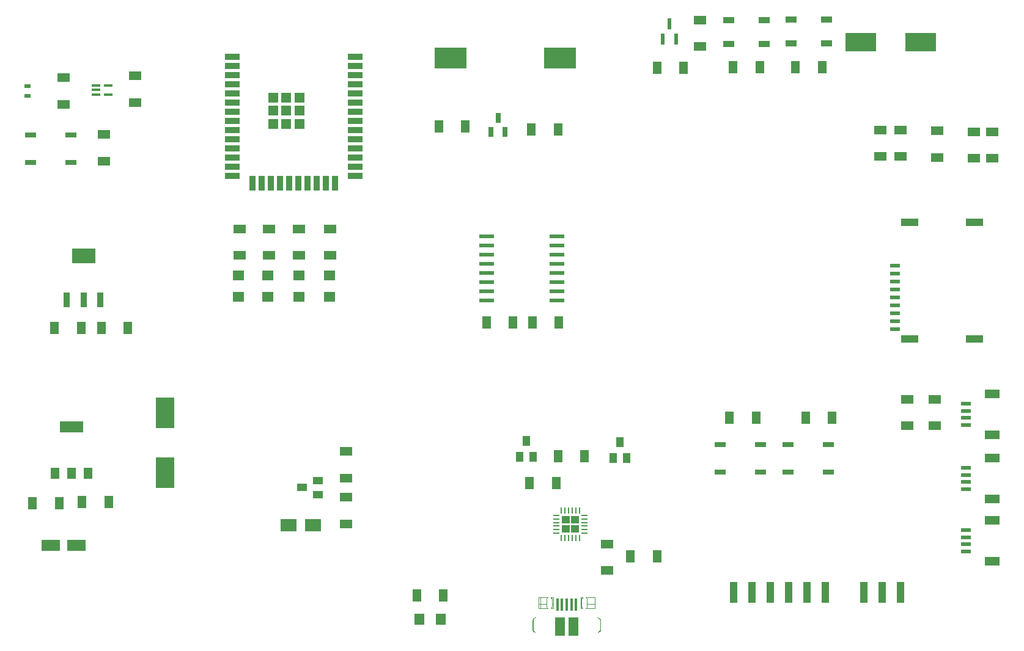
<source format=gbr>
G04 EAGLE Gerber RS-274X export*
G75*
%MOMM*%
%FSLAX34Y34*%
%LPD*%
%INSolderpaste Top*%
%IPPOS*%
%AMOC8*
5,1,8,0,0,1.08239X$1,22.5*%
G01*
%ADD10R,2.000000X0.900000*%
%ADD11R,0.900000X2.000000*%
%ADD12R,1.330000X1.330000*%
%ADD13R,1.300000X1.800000*%
%ADD14R,1.800000X1.300000*%
%ADD15R,1.600000X1.400000*%
%ADD16R,1.400000X1.600000*%
%ADD17R,1.524000X0.762000*%
%ADD18R,1.000000X3.000000*%
%ADD19R,0.914400X0.254000*%
%ADD20R,0.254000X0.914400*%
%ADD21R,1.000000X1.400000*%
%ADD22R,1.400000X1.000000*%
%ADD23R,2.184400X1.651000*%
%ADD24R,0.901600X2.066000*%
%ADD25R,3.201600X2.066000*%
%ADD26R,1.150000X0.350000*%
%ADD27R,0.889000X0.552500*%
%ADD28R,0.635000X1.397000*%
%ADD29R,4.500000X3.000000*%
%ADD30R,2.000000X1.200000*%
%ADD31R,1.350000X0.600000*%
%ADD32R,1.500000X0.900000*%
%ADD33R,0.609600X1.574800*%
%ADD34R,4.300000X2.500000*%
%ADD35R,2.082800X0.533400*%
%ADD36R,1.397000X0.609600*%
%ADD37R,2.387600X1.092200*%
%ADD38C,0.005000*%
%ADD39R,0.400000X1.750000*%
%ADD40R,1.375000X2.500000*%
%ADD41R,1.200000X1.600000*%
%ADD42R,3.300000X1.600000*%
%ADD43R,2.561400X1.630000*%
%ADD44R,2.500000X4.300000*%

G36*
X790212Y162165D02*
X790212Y162165D01*
X790214Y162164D01*
X790257Y162184D01*
X790301Y162202D01*
X790301Y162204D01*
X790303Y162205D01*
X790336Y162290D01*
X790336Y172990D01*
X790335Y172992D01*
X790336Y172994D01*
X790316Y173037D01*
X790298Y173081D01*
X790296Y173081D01*
X790295Y173083D01*
X790210Y173116D01*
X779510Y173116D01*
X779508Y173115D01*
X779506Y173116D01*
X779463Y173096D01*
X779419Y173078D01*
X779419Y173076D01*
X779417Y173075D01*
X779384Y172990D01*
X779384Y162290D01*
X779385Y162288D01*
X779384Y162286D01*
X779404Y162243D01*
X779422Y162199D01*
X779424Y162199D01*
X779425Y162197D01*
X779510Y162164D01*
X790210Y162164D01*
X790212Y162165D01*
G37*
G36*
X777512Y162165D02*
X777512Y162165D01*
X777514Y162164D01*
X777557Y162184D01*
X777601Y162202D01*
X777601Y162204D01*
X777603Y162205D01*
X777636Y162290D01*
X777636Y172990D01*
X777635Y172992D01*
X777636Y172994D01*
X777616Y173037D01*
X777598Y173081D01*
X777596Y173081D01*
X777595Y173083D01*
X777510Y173116D01*
X766810Y173116D01*
X766808Y173115D01*
X766806Y173116D01*
X766763Y173096D01*
X766719Y173078D01*
X766719Y173076D01*
X766717Y173075D01*
X766684Y172990D01*
X766684Y162290D01*
X766685Y162288D01*
X766684Y162286D01*
X766704Y162243D01*
X766722Y162199D01*
X766724Y162199D01*
X766725Y162197D01*
X766810Y162164D01*
X777510Y162164D01*
X777512Y162165D01*
G37*
G36*
X790212Y149465D02*
X790212Y149465D01*
X790214Y149464D01*
X790257Y149484D01*
X790301Y149502D01*
X790301Y149504D01*
X790303Y149505D01*
X790336Y149590D01*
X790336Y160290D01*
X790335Y160292D01*
X790336Y160294D01*
X790316Y160337D01*
X790298Y160381D01*
X790296Y160381D01*
X790295Y160383D01*
X790210Y160416D01*
X779510Y160416D01*
X779508Y160415D01*
X779506Y160416D01*
X779463Y160396D01*
X779419Y160378D01*
X779419Y160376D01*
X779417Y160375D01*
X779384Y160290D01*
X779384Y149590D01*
X779385Y149588D01*
X779384Y149586D01*
X779404Y149543D01*
X779422Y149499D01*
X779424Y149499D01*
X779425Y149497D01*
X779510Y149464D01*
X790210Y149464D01*
X790212Y149465D01*
G37*
G36*
X777512Y149465D02*
X777512Y149465D01*
X777514Y149464D01*
X777557Y149484D01*
X777601Y149502D01*
X777601Y149504D01*
X777603Y149505D01*
X777636Y149590D01*
X777636Y160290D01*
X777635Y160292D01*
X777636Y160294D01*
X777616Y160337D01*
X777598Y160381D01*
X777596Y160381D01*
X777595Y160383D01*
X777510Y160416D01*
X766810Y160416D01*
X766808Y160415D01*
X766806Y160416D01*
X766763Y160396D01*
X766719Y160378D01*
X766719Y160376D01*
X766717Y160375D01*
X766684Y160290D01*
X766684Y149590D01*
X766685Y149588D01*
X766684Y149586D01*
X766704Y149543D01*
X766722Y149499D01*
X766724Y149499D01*
X766725Y149497D01*
X766810Y149464D01*
X777510Y149464D01*
X777512Y149465D01*
G37*
G36*
X816730Y11086D02*
X816730Y11086D01*
X817665Y11191D01*
X817666Y11192D01*
X817666Y11191D01*
X818554Y11502D01*
X818554Y11503D01*
X818555Y11502D01*
X819351Y12003D01*
X819352Y12003D01*
X820017Y12668D01*
X820017Y12669D01*
X820518Y13465D01*
X820518Y13466D01*
X820829Y14354D01*
X820828Y14355D01*
X820829Y14355D01*
X820829Y14358D01*
X820830Y14362D01*
X820831Y14370D01*
X820831Y14371D01*
X820831Y14375D01*
X820832Y14383D01*
X820833Y14387D01*
X820833Y14388D01*
X820834Y14396D01*
X820834Y14400D01*
X820835Y14409D01*
X820835Y14413D01*
X820836Y14421D01*
X820836Y14422D01*
X820837Y14426D01*
X820838Y14434D01*
X820838Y14438D01*
X820838Y14439D01*
X820839Y14447D01*
X820840Y14451D01*
X820841Y14460D01*
X820841Y14464D01*
X820842Y14468D01*
X820842Y14472D01*
X820842Y14473D01*
X820843Y14477D01*
X820843Y14481D01*
X820844Y14489D01*
X820844Y14490D01*
X820845Y14494D01*
X820846Y14502D01*
X820846Y14506D01*
X820846Y14507D01*
X820847Y14515D01*
X820847Y14519D01*
X820848Y14528D01*
X820849Y14532D01*
X820850Y14540D01*
X820850Y14541D01*
X820850Y14545D01*
X820851Y14553D01*
X820852Y14557D01*
X820852Y14558D01*
X820853Y14566D01*
X820853Y14570D01*
X820854Y14579D01*
X820855Y14583D01*
X820856Y14591D01*
X820856Y14592D01*
X820856Y14596D01*
X820857Y14604D01*
X820857Y14608D01*
X820858Y14608D01*
X820857Y14609D01*
X820858Y14617D01*
X820859Y14621D01*
X820859Y14625D01*
X820859Y14626D01*
X820860Y14630D01*
X820860Y14634D01*
X820861Y14638D01*
X820861Y14642D01*
X820861Y14643D01*
X820862Y14647D01*
X820862Y14651D01*
X820863Y14659D01*
X820863Y14660D01*
X820864Y14664D01*
X820865Y14672D01*
X820865Y14676D01*
X820865Y14677D01*
X820866Y14685D01*
X820867Y14689D01*
X820868Y14698D01*
X820868Y14702D01*
X820869Y14710D01*
X820869Y14711D01*
X820869Y14715D01*
X820870Y14723D01*
X820871Y14727D01*
X820871Y14728D01*
X820872Y14736D01*
X820872Y14740D01*
X820873Y14749D01*
X820874Y14753D01*
X820875Y14761D01*
X820875Y14762D01*
X820875Y14766D01*
X820876Y14774D01*
X820877Y14778D01*
X820877Y14779D01*
X820878Y14787D01*
X820878Y14791D01*
X820879Y14795D01*
X820879Y14796D01*
X820879Y14800D01*
X820880Y14804D01*
X820880Y14808D01*
X820880Y14812D01*
X820881Y14812D01*
X820880Y14813D01*
X820881Y14817D01*
X820881Y14821D01*
X820882Y14829D01*
X820882Y14830D01*
X820883Y14834D01*
X820884Y14842D01*
X820884Y14846D01*
X820884Y14847D01*
X820885Y14855D01*
X820886Y14859D01*
X820887Y14868D01*
X820887Y14872D01*
X820888Y14880D01*
X820888Y14881D01*
X820889Y14885D01*
X820890Y14893D01*
X820890Y14897D01*
X820890Y14898D01*
X820891Y14906D01*
X820891Y14910D01*
X820892Y14910D01*
X820891Y14910D01*
X820892Y14919D01*
X820893Y14923D01*
X820894Y14931D01*
X820894Y14932D01*
X820894Y14936D01*
X820895Y14944D01*
X820896Y14948D01*
X820896Y14949D01*
X820897Y14957D01*
X820897Y14961D01*
X820898Y14965D01*
X820898Y14966D01*
X820898Y14970D01*
X820899Y14974D01*
X820899Y14978D01*
X820900Y14982D01*
X820900Y14983D01*
X820900Y14987D01*
X820901Y14991D01*
X820902Y14999D01*
X820902Y15000D01*
X820902Y15004D01*
X820903Y15012D01*
X820903Y15016D01*
X820903Y15017D01*
X820904Y15025D01*
X820905Y15029D01*
X820906Y15038D01*
X820906Y15042D01*
X820907Y15050D01*
X820907Y15051D01*
X820908Y15055D01*
X820909Y15063D01*
X820909Y15067D01*
X820909Y15068D01*
X820910Y15076D01*
X820911Y15080D01*
X820912Y15089D01*
X820912Y15093D01*
X820913Y15101D01*
X820913Y15102D01*
X820914Y15106D01*
X820914Y15114D01*
X820915Y15114D01*
X820914Y15114D01*
X820915Y15118D01*
X820915Y15119D01*
X820916Y15127D01*
X820916Y15131D01*
X820917Y15135D01*
X820917Y15136D01*
X820917Y15140D01*
X820918Y15144D01*
X820918Y15148D01*
X820919Y15157D01*
X820920Y15161D01*
X820921Y15169D01*
X820921Y15170D01*
X820921Y15174D01*
X820922Y15182D01*
X820923Y15186D01*
X820923Y15187D01*
X820924Y15195D01*
X820924Y15199D01*
X820925Y15208D01*
X820925Y15212D01*
X820926Y15212D01*
X820925Y15212D01*
X820926Y15220D01*
X820926Y15221D01*
X820927Y15225D01*
X820928Y15233D01*
X820928Y15237D01*
X820928Y15238D01*
X820929Y15246D01*
X820930Y15250D01*
X820931Y15259D01*
X820931Y15263D01*
X820932Y15271D01*
X820932Y15272D01*
X820933Y15276D01*
X820934Y15284D01*
X820934Y15288D01*
X820934Y15289D01*
X820934Y15290D01*
X820934Y27890D01*
X820829Y28825D01*
X820828Y28826D01*
X820829Y28826D01*
X820518Y29714D01*
X820518Y29715D01*
X820017Y30511D01*
X820017Y30512D01*
X819352Y31177D01*
X819351Y31177D01*
X818555Y31678D01*
X818554Y31678D01*
X817666Y31989D01*
X817665Y31988D01*
X817665Y31989D01*
X816730Y32094D01*
X814730Y32094D01*
X814726Y32091D01*
X814726Y32090D01*
X814726Y32040D01*
X814729Y32036D01*
X814730Y32036D01*
X815802Y31874D01*
X816816Y31491D01*
X817726Y30903D01*
X818493Y30136D01*
X819081Y29226D01*
X819464Y28212D01*
X819626Y27140D01*
X819626Y16340D01*
X819626Y16339D01*
X819625Y16331D01*
X819624Y16327D01*
X819623Y16318D01*
X819623Y16314D01*
X819622Y16305D01*
X819622Y16301D01*
X819621Y16293D01*
X819620Y16288D01*
X819619Y16280D01*
X819619Y16276D01*
X819618Y16267D01*
X819617Y16263D01*
X819617Y16254D01*
X819616Y16254D01*
X819617Y16254D01*
X819616Y16250D01*
X819615Y16242D01*
X819615Y16237D01*
X819614Y16229D01*
X819613Y16225D01*
X819612Y16216D01*
X819612Y16212D01*
X819611Y16203D01*
X819611Y16199D01*
X819610Y16195D01*
X819610Y16191D01*
X819609Y16186D01*
X819609Y16182D01*
X819608Y16178D01*
X819607Y16169D01*
X819607Y16165D01*
X819606Y16157D01*
X819606Y16152D01*
X819605Y16152D01*
X819606Y16152D01*
X819605Y16144D01*
X819604Y16140D01*
X819603Y16131D01*
X819603Y16127D01*
X819602Y16118D01*
X819601Y16114D01*
X819600Y16106D01*
X819600Y16101D01*
X819599Y16093D01*
X819599Y16089D01*
X819598Y16080D01*
X819597Y16076D01*
X819596Y16067D01*
X819596Y16063D01*
X819595Y16055D01*
X819595Y16050D01*
X819594Y16050D01*
X819595Y16050D01*
X819594Y16042D01*
X819593Y16038D01*
X819592Y16029D01*
X819592Y16025D01*
X819591Y16021D01*
X819591Y16016D01*
X819590Y16012D01*
X819590Y16008D01*
X819589Y16004D01*
X819589Y15999D01*
X819589Y15995D01*
X819588Y15991D01*
X819587Y15982D01*
X819587Y15978D01*
X819586Y15970D01*
X819585Y15965D01*
X819584Y15957D01*
X819584Y15953D01*
X819583Y15944D01*
X819583Y15940D01*
X819582Y15931D01*
X819581Y15927D01*
X819580Y15919D01*
X819580Y15914D01*
X819579Y15906D01*
X819578Y15902D01*
X819578Y15893D01*
X819577Y15889D01*
X819576Y15880D01*
X819576Y15876D01*
X819575Y15868D01*
X819574Y15863D01*
X819573Y15855D01*
X819573Y15851D01*
X819573Y15846D01*
X819572Y15842D01*
X819572Y15838D01*
X819571Y15834D01*
X819571Y15829D01*
X819570Y15825D01*
X819570Y15821D01*
X819569Y15817D01*
X819568Y15808D01*
X819568Y15804D01*
X819567Y15795D01*
X819567Y15791D01*
X819566Y15783D01*
X819565Y15778D01*
X819564Y15770D01*
X819564Y15766D01*
X819563Y15757D01*
X819562Y15753D01*
X819562Y15744D01*
X819561Y15740D01*
X819560Y15732D01*
X819560Y15727D01*
X819559Y15719D01*
X819558Y15715D01*
X819557Y15706D01*
X819557Y15702D01*
X819556Y15693D01*
X819556Y15689D01*
X819555Y15681D01*
X819554Y15676D01*
X819553Y15668D01*
X819553Y15664D01*
X819552Y15659D01*
X819552Y15655D01*
X819551Y15651D01*
X819551Y15647D01*
X819551Y15642D01*
X819550Y15634D01*
X819549Y15630D01*
X819548Y15621D01*
X819548Y15617D01*
X819547Y15608D01*
X819546Y15604D01*
X819546Y15596D01*
X819545Y15596D01*
X819546Y15596D01*
X819545Y15591D01*
X819544Y15583D01*
X819544Y15579D01*
X819543Y15570D01*
X819542Y15566D01*
X819541Y15557D01*
X819541Y15553D01*
X819540Y15545D01*
X819540Y15540D01*
X819539Y15532D01*
X819538Y15528D01*
X819537Y15519D01*
X819537Y15515D01*
X819536Y15506D01*
X819535Y15502D01*
X819535Y15494D01*
X819534Y15494D01*
X819535Y15494D01*
X819534Y15489D01*
X819534Y15485D01*
X819533Y15481D01*
X819533Y15477D01*
X819532Y15472D01*
X819532Y15468D01*
X819531Y15460D01*
X819530Y15455D01*
X819529Y15447D01*
X819529Y15443D01*
X819528Y15434D01*
X819528Y15430D01*
X819527Y15421D01*
X819526Y15417D01*
X819525Y15409D01*
X819525Y15404D01*
X819524Y15396D01*
X819524Y15392D01*
X819523Y15392D01*
X819524Y15392D01*
X819523Y15383D01*
X819522Y15379D01*
X819521Y15370D01*
X819521Y15366D01*
X819520Y15358D01*
X819519Y15353D01*
X819518Y15345D01*
X819518Y15341D01*
X819517Y15332D01*
X819517Y15328D01*
X819516Y15319D01*
X819515Y15315D01*
X819515Y15311D01*
X819514Y15307D01*
X819514Y15302D01*
X819513Y15298D01*
X819513Y15294D01*
X819512Y15285D01*
X819512Y15281D01*
X819511Y15273D01*
X819510Y15268D01*
X819509Y15260D01*
X819509Y15256D01*
X819508Y15247D01*
X819507Y15243D01*
X819507Y15234D01*
X819506Y15230D01*
X819505Y15222D01*
X819505Y15217D01*
X819504Y15209D01*
X819503Y15205D01*
X819502Y15196D01*
X819502Y15192D01*
X819502Y15189D01*
X819125Y14094D01*
X818513Y13111D01*
X817698Y12288D01*
X816721Y11667D01*
X815630Y11279D01*
X814480Y11144D01*
X814476Y11140D01*
X814476Y11090D01*
X814479Y11086D01*
X814480Y11086D01*
X816730Y11086D01*
X816730Y11086D01*
G37*
G36*
X732384Y11089D02*
X732384Y11089D01*
X732384Y11090D01*
X732384Y11140D01*
X732381Y11144D01*
X731230Y11279D01*
X730139Y11667D01*
X729162Y12288D01*
X728347Y13111D01*
X727736Y14094D01*
X727358Y15189D01*
X727234Y16340D01*
X727234Y27140D01*
X727318Y27698D01*
X727320Y27707D01*
X727321Y27715D01*
X727322Y27724D01*
X727324Y27732D01*
X727324Y27733D01*
X727325Y27741D01*
X727326Y27749D01*
X727326Y27750D01*
X727327Y27758D01*
X727329Y27766D01*
X727329Y27767D01*
X727330Y27775D01*
X727396Y28212D01*
X727779Y29226D01*
X728367Y30136D01*
X729134Y30903D01*
X730044Y31491D01*
X731058Y31874D01*
X732131Y32036D01*
X732134Y32040D01*
X732134Y32090D01*
X732131Y32094D01*
X732130Y32094D01*
X730130Y32094D01*
X729195Y31989D01*
X729195Y31988D01*
X729194Y31989D01*
X728306Y31678D01*
X728305Y31678D01*
X727509Y31177D01*
X727508Y31177D01*
X726843Y30512D01*
X726843Y30511D01*
X726342Y29715D01*
X726342Y29714D01*
X726031Y28826D01*
X726032Y28825D01*
X726031Y28825D01*
X725926Y27890D01*
X725926Y15290D01*
X726031Y14355D01*
X726032Y14355D01*
X726031Y14354D01*
X726342Y13466D01*
X726343Y13466D01*
X726342Y13465D01*
X726843Y12669D01*
X726843Y12668D01*
X727508Y12003D01*
X727509Y12003D01*
X728305Y11502D01*
X728306Y11502D01*
X729194Y11191D01*
X729195Y11192D01*
X729195Y11191D01*
X730130Y11086D01*
X732380Y11086D01*
X732384Y11089D01*
G37*
D10*
X309970Y809520D03*
X309970Y796820D03*
X309970Y784120D03*
X309970Y771420D03*
X309970Y758720D03*
X309970Y746020D03*
X309970Y733320D03*
X309970Y720620D03*
X309970Y707920D03*
X309970Y695220D03*
X309970Y682520D03*
X309970Y669820D03*
X309970Y657120D03*
X309970Y644420D03*
D11*
X337820Y634420D03*
X350520Y634420D03*
X363220Y634420D03*
X375920Y634420D03*
X388620Y634420D03*
X401320Y634420D03*
X414020Y634420D03*
X426720Y634420D03*
X439420Y634420D03*
X452120Y634420D03*
D10*
X479970Y644420D03*
X479970Y657120D03*
X479970Y669820D03*
X479970Y682520D03*
X479970Y695220D03*
X479970Y707920D03*
X479970Y720620D03*
X479970Y733320D03*
X479970Y746020D03*
X479970Y758720D03*
X479970Y771420D03*
X479970Y784120D03*
X479970Y796820D03*
X479970Y809520D03*
D12*
X366620Y752870D03*
X384970Y752870D03*
X403320Y752870D03*
X366620Y734520D03*
X384970Y734520D03*
X403320Y734520D03*
X366620Y716170D03*
X384970Y716170D03*
X403320Y716170D03*
D13*
X1035770Y308610D03*
X998770Y308610D03*
D14*
X1244600Y297730D03*
X1244600Y334730D03*
X1282700Y297730D03*
X1282700Y334730D03*
D15*
X444500Y506490D03*
X444500Y476490D03*
D14*
X445770Y533950D03*
X445770Y570950D03*
D16*
X569200Y29210D03*
X599200Y29210D03*
D13*
X565700Y62230D03*
X602700Y62230D03*
X1104180Y308610D03*
X1141180Y308610D03*
D17*
X1079500Y271780D03*
X1135380Y271780D03*
X1079500Y233680D03*
X1135380Y233680D03*
X985520Y271780D03*
X1041400Y271780D03*
X985520Y233680D03*
X1041400Y233680D03*
D18*
X1080770Y66510D03*
X1106170Y66510D03*
X1131570Y66510D03*
X1055370Y66510D03*
X1029970Y66510D03*
X1004570Y66510D03*
X1184910Y66510D03*
X1210310Y66510D03*
X1235710Y66510D03*
D13*
X798280Y255270D03*
X761280Y255270D03*
X721910Y218440D03*
X758910Y218440D03*
D19*
X759079Y173793D03*
X759079Y168792D03*
X759079Y163791D03*
X759079Y158789D03*
X759079Y153788D03*
X759079Y148787D03*
D20*
X766007Y141859D03*
X771008Y141859D03*
X776009Y141859D03*
X781011Y141859D03*
X786012Y141859D03*
X791013Y141859D03*
D19*
X797941Y148787D03*
X797941Y153788D03*
X797941Y158789D03*
X797941Y163791D03*
X797941Y168792D03*
X797941Y173793D03*
D20*
X791013Y180721D03*
X786012Y180721D03*
X781011Y180721D03*
X776009Y180721D03*
X771008Y180721D03*
X766007Y180721D03*
D13*
X861610Y116840D03*
X898610Y116840D03*
D14*
X829310Y134070D03*
X829310Y97070D03*
D21*
X847090Y275160D03*
X856590Y253160D03*
X837590Y253160D03*
X717550Y276430D03*
X727050Y254430D03*
X708050Y254430D03*
D14*
X467360Y198840D03*
X467360Y161840D03*
X467360Y262340D03*
X467360Y225340D03*
D22*
X406830Y212090D03*
X428830Y221590D03*
X428830Y202590D03*
D23*
X388112Y160020D03*
X422148Y160020D03*
D24*
X81140Y472162D03*
X104140Y472162D03*
X127140Y472162D03*
D25*
X104140Y533678D03*
D13*
X101050Y433070D03*
X64050Y433070D03*
X128820Y433070D03*
X165820Y433070D03*
D14*
X175260Y783040D03*
X175260Y746040D03*
D26*
X121040Y769770D03*
X121040Y763270D03*
X121040Y756770D03*
X138040Y756770D03*
X138040Y769770D03*
D27*
X26670Y755238D03*
X26670Y768763D03*
D14*
X76200Y743500D03*
X76200Y780500D03*
D17*
X86360Y662940D03*
X30480Y662940D03*
X86360Y701040D03*
X30480Y701040D03*
D14*
X132080Y664760D03*
X132080Y701760D03*
D28*
X668680Y705210D03*
X687680Y705210D03*
X678180Y724810D03*
D13*
X724450Y708660D03*
X761450Y708660D03*
X596180Y712470D03*
X633180Y712470D03*
D29*
X764340Y807720D03*
X612340Y807720D03*
D30*
X1362630Y110430D03*
X1362630Y166430D03*
D31*
X1325880Y123430D03*
X1325880Y133430D03*
X1325880Y143430D03*
X1325880Y153430D03*
D30*
X1362630Y196790D03*
X1362630Y252790D03*
D31*
X1325880Y209790D03*
X1325880Y219790D03*
X1325880Y229790D03*
X1325880Y239790D03*
D30*
X1362630Y285690D03*
X1362630Y341690D03*
D31*
X1325880Y298690D03*
X1325880Y308690D03*
X1325880Y318690D03*
X1325880Y328690D03*
D32*
X1046850Y826780D03*
X1046850Y859780D03*
X997850Y826780D03*
X997850Y859780D03*
D33*
X906145Y833628D03*
X925195Y833628D03*
X915670Y855472D03*
D34*
X1263240Y829310D03*
X1180240Y829310D03*
D13*
X898440Y793750D03*
X935440Y793750D03*
D14*
X957580Y860510D03*
X957580Y823510D03*
D32*
X1133210Y828050D03*
X1133210Y861050D03*
X1084210Y828050D03*
X1084210Y861050D03*
D13*
X1003850Y795020D03*
X1040850Y795020D03*
X1090210Y795020D03*
X1127210Y795020D03*
D35*
X662813Y560070D03*
X662813Y547370D03*
X662813Y534670D03*
X662813Y521970D03*
X662813Y509270D03*
X662813Y496570D03*
X662813Y483870D03*
X662813Y471170D03*
X759587Y471170D03*
X759587Y483870D03*
X759587Y496570D03*
X759587Y509270D03*
X759587Y521970D03*
X759587Y534670D03*
X759587Y547370D03*
X759587Y560070D03*
D13*
X662220Y440690D03*
X699220Y440690D03*
X762720Y440690D03*
X725720Y440690D03*
D36*
X1228112Y520160D03*
X1228112Y509160D03*
X1228112Y498160D03*
X1228112Y487160D03*
X1228112Y476160D03*
X1228112Y465160D03*
X1228112Y454160D03*
X1228112Y443160D03*
X1228112Y432160D03*
D37*
X1248112Y418360D03*
X1248112Y579860D03*
X1338112Y418360D03*
X1338112Y579860D03*
D14*
X1362710Y705570D03*
X1362710Y668570D03*
X1337310Y705570D03*
X1337310Y668570D03*
X1286510Y706840D03*
X1286510Y669840D03*
X1207770Y671110D03*
X1207770Y708110D03*
X1235710Y671110D03*
X1235710Y708110D03*
D38*
X812430Y59690D02*
X799930Y59690D01*
X800560Y59197D01*
X801068Y58578D01*
X801431Y57865D01*
X801630Y57090D01*
X801530Y47490D01*
X801241Y46739D01*
X800796Y46068D01*
X800217Y45510D01*
X799530Y45090D01*
X812430Y45090D01*
X812430Y59690D01*
X812430Y50800D02*
X801565Y50800D01*
X800100Y45439D02*
X800100Y45090D01*
X800100Y59557D02*
X800100Y59690D01*
X795430Y59690D02*
X792430Y59690D01*
X792430Y45090D01*
X795530Y45090D01*
X794876Y45575D01*
X794342Y46190D01*
X793954Y46907D01*
X793730Y47690D01*
X793830Y57390D01*
X794046Y58035D01*
X794397Y58617D01*
X794866Y59110D01*
X795430Y59490D01*
X795430Y59690D01*
X793762Y50800D02*
X792430Y50800D01*
X746930Y59690D02*
X734430Y59690D01*
X746300Y59197D02*
X746930Y59690D01*
X746300Y59197D02*
X745792Y58578D01*
X745429Y57865D01*
X745230Y57090D01*
X745330Y47490D01*
X745619Y46739D01*
X746064Y46068D01*
X746643Y45510D01*
X747330Y45090D01*
X734430Y45090D01*
X734430Y59690D01*
X734430Y50800D02*
X745296Y50800D01*
X736600Y45090D02*
X736600Y59690D01*
X751430Y59690D02*
X754430Y59690D01*
X754430Y45090D01*
X751330Y45090D01*
X751984Y45575D01*
X752518Y46190D01*
X752906Y46907D01*
X753130Y47690D01*
X753030Y57390D01*
X752814Y58035D01*
X752463Y58617D01*
X751994Y59110D01*
X751430Y59490D01*
X751430Y59690D01*
X753098Y50800D02*
X754430Y50800D01*
D39*
X760430Y50340D03*
X766930Y50340D03*
X773430Y50340D03*
X779930Y50340D03*
X786430Y50340D03*
D40*
X764055Y19590D03*
X782805Y19590D03*
D41*
X64630Y232160D03*
X87630Y232160D03*
X110630Y232160D03*
D42*
X87630Y296160D03*
D13*
X33570Y190500D03*
X70570Y190500D03*
X102150Y191770D03*
X139150Y191770D03*
D43*
X58517Y132080D03*
X93883Y132080D03*
D44*
X217170Y232820D03*
X217170Y315820D03*
D15*
X359410Y506490D03*
X359410Y476490D03*
D14*
X360680Y533950D03*
X360680Y570950D03*
D15*
X318770Y506490D03*
X318770Y476490D03*
D14*
X320040Y533950D03*
X320040Y570950D03*
D15*
X402590Y506490D03*
X402590Y476490D03*
D14*
X402590Y533950D03*
X402590Y570950D03*
M02*

</source>
